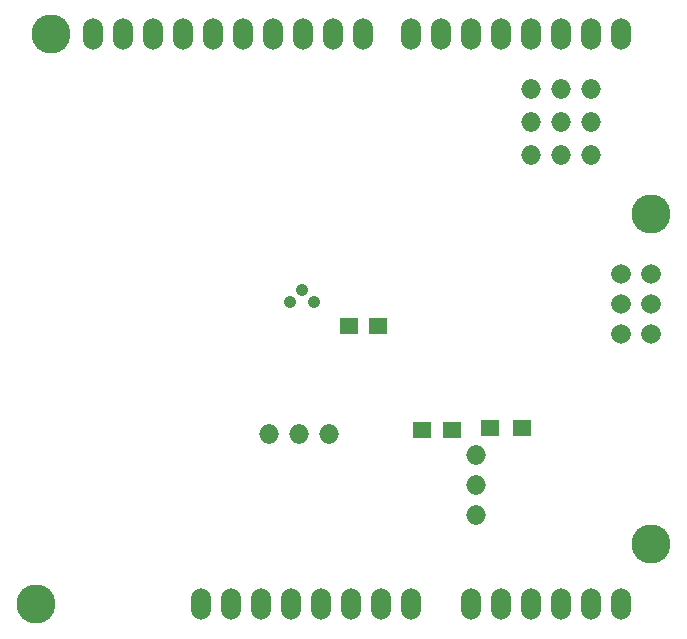
<source format=gbs>
G04 #@! TF.GenerationSoftware,KiCad,Pcbnew,no-vcs-found-2a3a699~58~ubuntu16.04.1*
G04 #@! TF.CreationDate,2017-05-21T17:49:45+03:00*
G04 #@! TF.ProjectId,interferometer,696E7465726665726F6D657465722E6B,rev?*
G04 #@! TF.FileFunction,Soldermask,Bot*
G04 #@! TF.FilePolarity,Negative*
%FSLAX46Y46*%
G04 Gerber Fmt 4.6, Leading zero omitted, Abs format (unit mm)*
G04 Created by KiCad (PCBNEW no-vcs-found-2a3a699~58~ubuntu16.04.1) date Sun May 21 17:49:45 2017*
%MOMM*%
%LPD*%
G01*
G04 APERTURE LIST*
%ADD10C,0.100000*%
%ADD11R,1.640000X1.390000*%
%ADD12R,1.640000X1.440000*%
%ADD13O,1.664000X1.664000*%
%ADD14C,1.040000*%
%ADD15C,1.664000*%
%ADD16O,1.664000X2.680000*%
%ADD17C,3.315000*%
G04 APERTURE END LIST*
D10*
D11*
X162834000Y-107315000D03*
X165334000Y-107315000D03*
D12*
X171276000Y-107188000D03*
X168576000Y-107188000D03*
D13*
X167386000Y-114554000D03*
X167386000Y-112014000D03*
X167386000Y-109474000D03*
D14*
X153638000Y-96520000D03*
X151638000Y-96520000D03*
X152638000Y-95520000D03*
D11*
X156611000Y-98552000D03*
X159111000Y-98552000D03*
D13*
X172085000Y-81280000D03*
X174625000Y-81280000D03*
X177165000Y-81280000D03*
X172085000Y-78486000D03*
X174625000Y-78486000D03*
X177165000Y-78486000D03*
X149860000Y-107696000D03*
X152400000Y-107696000D03*
X154940000Y-107696000D03*
X172085000Y-84074000D03*
X174625000Y-84074000D03*
X177165000Y-84074000D03*
D15*
X182206173Y-99230349D03*
X179666173Y-99230349D03*
X182206173Y-96690349D03*
X179666173Y-96690349D03*
X182206173Y-94150349D03*
X179666173Y-94150349D03*
D16*
X144106173Y-122090349D03*
X146646173Y-122090349D03*
X134962173Y-73830349D03*
X137502173Y-73830349D03*
D17*
X130136173Y-122090349D03*
X131406173Y-73830349D03*
X182206173Y-89070349D03*
X182206173Y-117010349D03*
D16*
X154266173Y-122090349D03*
X140042173Y-73830349D03*
X142582173Y-73830349D03*
X145122173Y-73830349D03*
X147662173Y-73830349D03*
X150202173Y-73830349D03*
X152742173Y-73830349D03*
X155282173Y-73830349D03*
X157822173Y-73830349D03*
X161886173Y-73830349D03*
X164426173Y-73830349D03*
X166966173Y-73830349D03*
X169506173Y-73830349D03*
X172046173Y-73830349D03*
X174586173Y-73830349D03*
X177126173Y-73830349D03*
X179666173Y-73830349D03*
X149186173Y-122090349D03*
X151726173Y-122090349D03*
X156806173Y-122090349D03*
X159346173Y-122090349D03*
X161886173Y-122090349D03*
X172046173Y-122090349D03*
X169506173Y-122090349D03*
X166966173Y-122090349D03*
X174586173Y-122090349D03*
X177126173Y-122090349D03*
X179666173Y-122090349D03*
M02*

</source>
